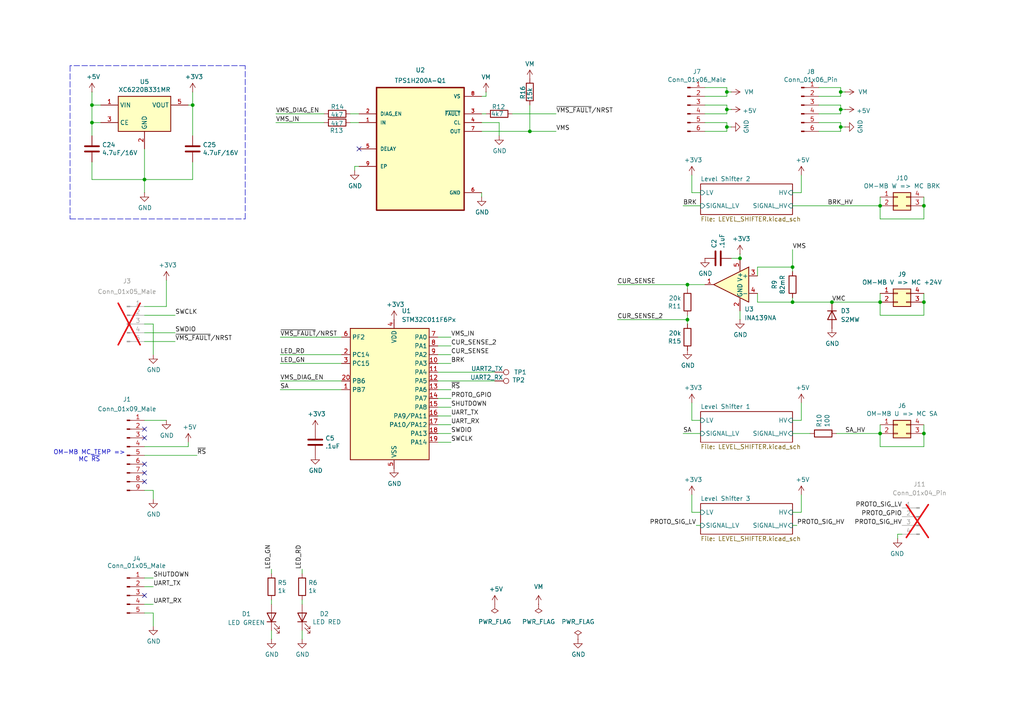
<source format=kicad_sch>
(kicad_sch (version 20231120) (generator "eeschema") (generator_version "8.0")
  (paper "A4")
  (title_block (title "xESC YardForce Rev.4 Adapter") (date "2024-06-01") (rev "1.0") (company "Clemens Elflein, openmower.de") (comment 1 "Creative Commons Attribution-NonCommercial-ShareAlike 4.0 International License.") (comment 2 "Licensed under "))
  (lib_symbols
    (symbol "Amplifier_Current:INA139" (pin_names (offset 0.127))
      (property "Reference" "U" (at 3.81 5.08 0))
      (property "Value" "INA139" (at 3.81 2.54 0))
      (symbol "INA139_1_1"
        (pin output line (at 7.62 0 180) (length 2.54) (name "~") (number "1"))
        (pin power_in line (at -2.54 -7.62 90) (length 3.81) (name "GND") (number "2"))
        (pin input line (at -7.62 2.54 0) (length 2.54) (name "+") (number "3"))
        (pin input line (at -7.62 -2.54 0) (length 2.54) (name "-") (number "4"))
        (pin power_in line (at -2.54 7.62 270) (length 3.81) (name "V+") (number "5"))
      )
    )
    (symbol "Connector:Conn_01x04_Pin" (pin_names (offset 1.016) hide)
      (property "Reference" "J" (at 0 5.08 0))
      (property "Value" "Conn_01x04_Pin" (at 0 -7.62 0))
      (symbol "Conn_01x04_Pin_1_1"
        (pin passive line (at 5.08 2.54 180) (length 3.81) (name "Pin_1") (number "1"))
        (pin passive line (at 5.08 0 180) (length 3.81) (name "Pin_2") (number "2"))
        (pin passive line (at 5.08 -2.54 180) (length 3.81) (name "Pin_3") (number "3"))
        (pin passive line (at 5.08 -5.08 180) (length 3.81) (name "Pin_4") (number "4"))
      )
    )
    (symbol "Connector:Conn_01x05_Pin" (pin_names (offset 1.016) hide)
      (property "Reference" "J" (at 0 7.62 0))
      (property "Value" "Conn_01x05_Pin" (at 0 -7.62 0))
      (symbol "Conn_01x05_Pin_1_1"
        (pin passive line (at 5.08 5.08 180) (length 3.81) (name "Pin_1") (number "1"))
        (pin passive line (at 5.08 2.54 180) (length 3.81) (name "Pin_2") (number "2"))
        (pin passive line (at 5.08 0 180) (length 3.81) (name "Pin_3") (number "3"))
        (pin passive line (at 5.08 -2.54 180) (length 3.81) (name "Pin_4") (number "4"))
        (pin passive line (at 5.08 -5.08 180) (length 3.81) (name "Pin_5") (number "5"))
      )
    )
    (symbol "Connector:Conn_01x06_Pin" (pin_names (offset 1.016) hide)
      (property "Reference" "J" (at 0 7.62 0))
      (property "Value" "Conn_01x06_Pin" (at 0 -10.16 0))
      (symbol "Conn_01x06_Pin_1_1"
        (pin passive line (at 5.08 5.08 180) (length 3.81) (name "Pin_1") (number "1"))
        (pin passive line (at 5.08 2.54 180) (length 3.81) (name "Pin_2") (number "2"))
        (pin passive line (at 5.08 0 180) (length 3.81) (name "Pin_3") (number "3"))
        (pin passive line (at 5.08 -2.54 180) (length 3.81) (name "Pin_4") (number "4"))
        (pin passive line (at 5.08 -5.08 180) (length 3.81) (name "Pin_5") (number "5"))
        (pin passive line (at 5.08 -7.62 180) (length 3.81) (name "Pin_6") (number "6"))
      )
    )
    (symbol "Connector:Conn_01x09_Pin" (pin_names (offset 1.016) hide)
      (property "Reference" "J" (at 0 12.7 0))
      (property "Value" "Conn_01x09_Pin" (at 0 -12.7 0))
      (symbol "Conn_01x09_Pin_1_1"
        (pin passive line (at 5.08 10.16 180) (length 3.81) (name "Pin_1") (number "1"))
        (pin passive line (at 5.08 7.62 180) (length 3.81) (name "Pin_2") (number "2"))
        (pin passive line (at 5.08 5.08 180) (length 3.81) (name "Pin_3") (number "3"))
        (pin passive line (at 5.08 2.54 180) (length 3.81) (name "Pin_4") (number "4"))
        (pin passive line (at 5.08 0 180) (length 3.81) (name "Pin_5") (number "5"))
        (pin passive line (at 5.08 -2.54 180) (length 3.81) (name "Pin_6") (number "6"))
        (pin passive line (at 5.08 -5.08 180) (length 3.81) (name "Pin_7") (number "7"))
        (pin passive line (at 5.08 -7.62 180) (length 3.81) (name "Pin_8") (number "8"))
        (pin passive line (at 5.08 -10.16 180) (length 3.81) (name "Pin_9") (number "9"))
      )
    )
    (symbol "Connector:TestPoint" (pin_numbers hide) (pin_names (offset 0.762) hide)
      (property "Reference" "TP" (at 0 6.858 0))
      (property "Value" "TestPoint" (at 0 5.08 0))
      (symbol "TestPoint_1_1"
        (pin passive line (at 0 0 90) (length 2.54) (name "1") (number "1"))
      )
    )
    (symbol "Connector_Generic:Conn_02x02_Counter_Clockwise" (pin_names (offset 1.016) hide)
      (property "Reference" "J" (at 1.27 2.54 0))
      (property "Value" "Conn_02x02_Counter_Clockwise" (at 1.27 -5.08 0))
      (symbol "Conn_02x02_Counter_Clockwise_1_1"
        (pin passive line (at -5.08 0 0) (length 3.81) (name "Pin_1") (number "1"))
        (pin passive line (at -5.08 -2.54 0) (length 3.81) (name "Pin_2") (number "2"))
        (pin passive line (at 7.62 -2.54 180) (length 3.81) (name "Pin_3") (number "3"))
        (pin passive line (at 7.62 0 180) (length 3.81) (name "Pin_4") (number "4"))
      )
    )
    (symbol "Device:C" (pin_numbers hide) (pin_names (offset 0.254))
      (property "Reference" "C" (at 0.635 2.54 0))
      (property "Value" "C" (at 0.635 -2.54 0))
      (symbol "C_1_1"
        (pin passive line (at 0 3.81 270) (length 2.794) (name "~") (number "1"))
        (pin passive line (at 0 -3.81 90) (length 2.794) (name "~") (number "2"))
      )
    )
    (symbol "Device:D" (pin_numbers hide) (pin_names (offset 1.016) hide)
      (property "Reference" "D" (at 0 2.54 0))
      (property "Value" "D" (at 0 -2.54 0))
      (symbol "D_1_1"
        (pin passive line (at -3.81 0 0) (length 2.54) (name "K") (number "1"))
        (pin passive line (at 3.81 0 180) (length 2.54) (name "A") (number "2"))
      )
    )
    (symbol "Device:LED" (pin_numbers hide) (pin_names (offset 1.016) hide)
      (property "Reference" "D" (at 0 2.54 0))
      (property "Value" "LED" (at 0 -2.54 0))
      (symbol "LED_1_1"
        (pin passive line (at -3.81 0 0) (length 2.54) (name "K") (number "1"))
        (pin passive line (at 3.81 0 180) (length 2.54) (name "A") (number "2"))
      )
    )
    (symbol "Device:R" (pin_numbers hide) (pin_names (offset 0))
      (property "Reference" "R" (at 2.032 0 90))
      (property "Value" "R" (at 0 0 90))
      (symbol "R_1_1"
        (pin passive line (at 0 3.81 270) (length 1.27) (name "~") (number "1"))
        (pin passive line (at 0 -3.81 90) (length 1.27) (name "~") (number "2"))
      )
    )
    (symbol "MCU_ST_STM32C0:STM32C011F6Px"
      (property "Reference" "U" (at -10.16 21.59 0))
      (property "Value" "STM32C011F6Px" (at 5.08 21.59 0))
      (symbol "STM32C011F6Px_1_1"
        (pin bidirectional line (at -12.7 2.54 0) (length 2.54) (name "PB7") (number "1"))
        (pin bidirectional line (at 15.24 10.16 180) (length 2.54) (name "PA3") (number "10"))
        (pin bidirectional line (at 15.24 7.62 180) (length 2.54) (name "PA4") (number "11"))
        (pin bidirectional line (at 15.24 5.08 180) (length 2.54) (name "PA5") (number "12"))
        (pin bidirectional line (at 15.24 2.54 180) (length 2.54) (name "PA6") (number "13"))
        (pin bidirectional line (at 15.24 0 180) (length 2.54) (name "PA7") (number "14"))
        (pin bidirectional line (at 15.24 -2.54 180) (length 2.54) (name "PA8") (number "15"))
        (pin bidirectional line (at 15.24 -5.08 180) (length 2.54) (name "PA9/PA11") (number "16"))
        (pin bidirectional line (at 15.24 -7.62 180) (length 2.54) (name "PA10/PA12") (number "17"))
        (pin bidirectional line (at 15.24 -10.16 180) (length 2.54) (name "PA13") (number "18"))
        (pin bidirectional line (at 15.24 -12.7 180) (length 2.54) (name "PA14") (number "19"))
        (pin bidirectional line (at -12.7 12.7 0) (length 2.54) (name "PC14") (number "2"))
        (pin bidirectional line (at -12.7 5.08 0) (length 2.54) (name "PB6") (number "20"))
        (pin bidirectional line (at -12.7 10.16 0) (length 2.54) (name "PC15") (number "3"))
        (pin power_in line (at 2.54 22.86 270) (length 2.54) (name "VDD") (number "4"))
        (pin power_in line (at 2.54 -20.32 90) (length 2.54) (name "VSS") (number "5"))
        (pin bidirectional line (at -12.7 17.78 0) (length 2.54) (name "PF2") (number "6"))
        (pin bidirectional line (at 15.24 17.78 180) (length 2.54) (name "PA0") (number "7"))
        (pin bidirectional line (at 15.24 15.24 180) (length 2.54) (name "PA1") (number "8"))
        (pin bidirectional line (at 15.24 12.7 180) (length 2.54) (name "PA2") (number "9"))
      )
    )
    (symbol "Regulator_Linear:XC6220B331MR"
      (property "Reference" "U" (at 0 8.89 0))
      (property "Value" "XC6220B331MR" (at 0 6.35 0))
      (symbol "XC6220B331MR_1_1"
        (pin power_in line (at -12.7 2.54 0) (length 5.08) (name "VIN") (number "1"))
        (pin power_in line (at 0 -10.16 90) (length 5.08) (name "GND") (number "2"))
        (pin input line (at -12.7 -2.54 0) (length 5.08) (name "CE") (number "3"))
        (pin no_connect line (at 7.62 -2.54 180) (length 5.08) hide (name "NC") (number "4"))
        (pin power_out line (at 12.7 2.54 180) (length 5.08) (name "VOUT") (number "5"))
      )
    )
    (symbol "TPS1H200AQDGNRQ1:TPS1H200AQDGNRQ1" (pin_names (offset 1.016))
      (property "Reference" "U2" (at 0 22.86 0))
      (property "Value" "TPS1H200A-Q1" (at 0 19.812 0))
      (symbol "TPS1H200AQDGNRQ1_0_0"
        (pin input line (at -17.78 7.62 0) (length 5.08) (name "IN") (number "1"))
        (pin input line (at -17.78 10.16 0) (length 5.08) (name "DIAG_EN") (number "2"))
        (pin output line (at 17.78 10.16 180) (length 5.08) (name "~{FAULT}") (number "3"))
        (pin bidirectional line (at -17.78 0 0) (length 5.08) (name "DELAY") (number "5"))
        (pin power_in line (at 17.78 -12.7 180) (length 5.08) (name "GND") (number "6"))
        (pin output line (at 17.78 5.08 180) (length 5.08) (name "OUT") (number "7"))
        (pin power_in line (at 17.78 15.24 180) (length 5.08) (name "VS") (number "8"))
      )
      (symbol "TPS1H200AQDGNRQ1_1_0"
        (pin power_in line (at 17.78 7.62 180) (length 5.08) (name "CL") (number "4"))
        (pin power_in line (at -17.78 -5.08 0) (length 5.08) (name "EP") (number "9"))
      )
    )
    (symbol "power:+3.3V" (power) (pin_numbers hide) (pin_names (offset 0) hide)
      (property "Value" "+3.3V" (at 0 3.556 0))
      (symbol "+3.3V_1_1"
        (pin power_in line (at 0 0 90) (length 0) (name "~") (number "1"))
      )
    )
    (symbol "power:+5V" (power) (pin_numbers hide) (pin_names (offset 0) hide)
      (property "Value" "+5V" (at 0 3.556 0))
      (symbol "+5V_1_1"
        (pin power_in line (at 0 0 90) (length 0) (name "~") (number "1"))
      )
    )
    (symbol "power:+BATT" (power) (pin_numbers hide) (pin_names (offset 0) hide)
      (property "Value" "+BATT" (at 0 3.556 0))
      (symbol "+BATT_1_1"
        (pin power_in line (at 0 0 90) (length 0) (name "~") (number "1"))
      )
    )
    (symbol "power:GND" (power) (pin_numbers hide) (pin_names (offset 0) hide)
      (property "Value" "GND" (at 0 -3.81 0))
      (symbol "GND_1_1"
        (pin power_in line (at 0 0 270) (length 0) (name "~") (number "1"))
      )
    )
    (symbol "power:PWR_FLAG" (power) (pin_numbers hide) (pin_names (offset 0) hide)
      (property "Value" "PWR_FLAG" (at 0 3.81 0))
      (symbol "PWR_FLAG_0_0"
        (pin power_out line (at 0 0 90) (length 0) (name "~") (number "1"))
      )
    )
  )
  (junction (at 210.82 36.83))
  (junction (at 243.84 31.75))
  (junction (at 229.87 77.47))
  (junction (at 243.84 26.67))
  (junction (at 255.27 87.63))
  (junction (at 229.87 87.63))
  (junction (at 267.97 87.63))
  (junction (at 267.97 59.69))
  (junction (at 210.82 31.75))
  (junction (at 153.67 38.1))
  (junction (at 199.39 82.55))
  (junction (at 210.82 26.67))
  (junction (at 26.67 35.56))
  (junction (at 199.39 92.71))
  (junction (at 255.27 59.69))
  (junction (at 243.84 36.83))
  (junction (at 55.88 30.48))
  (junction (at 241.3 87.63))
  (junction (at 255.27 125.73))
  (junction (at 41.91 52.07))
  (junction (at 267.97 125.73))
  (junction (at 26.67 30.48))
  (junction (at 214.63 74.93))
  (no_connect (at 104.14 43.18))
  (no_connect (at 41.91 134.62))
  (no_connect (at 41.91 137.16))
  (no_connect (at 41.91 127))
  (no_connect (at 41.91 124.46))
  (no_connect (at 41.91 172.72))
  (no_connect (at 41.91 139.7))
  (wire (pts (xy 48.26 121.92) (xy 41.91 121.92)))
  (wire (pts (xy 232.41 121.92) (xy 229.87 121.92)))
  (wire (pts (xy 48.26 88.9) (xy 48.26 81.28)))
  (wire (pts (xy 237.49 38.1) (xy 243.84 38.1)))
  (wire (pts (xy 232.41 116.84) (xy 232.41 121.92)))
  (wire (pts (xy 243.84 33.02) (xy 237.49 33.02)))
  (wire (pts (xy 198.12 59.69) (xy 203.2 59.69)))
  (wire (pts (xy 140.97 33.02) (xy 139.7 33.02)))
  (wire (pts (xy 179.07 82.55) (xy 199.39 82.55)))
  (wire (pts (xy 161.29 38.1) (xy 153.67 38.1)))
  (wire (pts (xy 41.91 52.07) (xy 26.67 52.07)))
  (wire (pts (xy 41.91 91.44) (xy 50.8 91.44)))
  (wire (pts (xy 200.66 121.92) (xy 203.2 121.92)))
  (wire (pts (xy 243.84 30.48) (xy 243.84 31.75)))
  (wire (pts (xy 54.61 30.48) (xy 55.88 30.48)))
  (wire (pts (xy 237.49 30.48) (xy 243.84 30.48)))
  (wire (pts (xy 243.84 26.67) (xy 243.84 25.4)))
  (wire (pts (xy 255.27 125.73) (xy 255.27 129.54)))
  (wire (pts (xy 267.97 87.63) (xy 267.97 91.44)))
  (wire (pts (xy 210.82 31.75) (xy 212.09 31.75)))
  (wire (pts (xy 237.49 27.94) (xy 243.84 27.94)))
  (wire (pts (xy 81.28 105.41) (xy 99.06 105.41)))
  (wire (pts (xy 153.67 30.48) (xy 153.67 38.1)))
  (wire (pts (xy 199.39 91.44) (xy 199.39 92.71)))
  (wire (pts (xy 219.71 77.47) (xy 229.87 77.47)))
  (wire (pts (xy 229.87 86.36) (xy 229.87 87.63)))
  (wire (pts (xy 243.84 38.1) (xy 243.84 36.83)))
  (wire (pts (xy 81.28 97.79) (xy 99.06 97.79)))
  (wire (pts (xy 130.81 123.19) (xy 127 123.19)))
  (wire (pts (xy 210.82 30.48) (xy 210.82 31.75)))
  (wire (pts (xy 243.84 31.75) (xy 245.11 31.75)))
  (wire (pts (xy 204.47 27.94) (xy 210.82 27.94)))
  (wire (pts (xy 26.67 30.48) (xy 29.21 30.48)))
  (wire (pts (xy 78.74 175.26) (xy 78.74 173.99)))
  (wire (pts (xy 199.39 92.71) (xy 199.39 93.98)))
  (wire (pts (xy 26.67 39.37) (xy 26.67 35.56)))
  (wire (pts (xy 44.45 142.24) (xy 44.45 144.78)))
  (wire (pts (xy 267.97 57.15) (xy 267.97 59.69)))
  (wire (pts (xy 229.87 87.63) (xy 241.3 87.63)))
  (wire (pts (xy 243.84 36.83) (xy 243.84 35.56)))
  (wire (pts (xy 78.74 166.37) (xy 78.74 165.1)))
  (wire (pts (xy 204.47 38.1) (xy 210.82 38.1)))
  (wire (pts (xy 210.82 25.4) (xy 204.47 25.4)))
  (wire (pts (xy 130.81 102.87) (xy 127 102.87)))
  (wire (pts (xy 210.82 26.67) (xy 212.09 26.67)))
  (wire (pts (xy 210.82 36.83) (xy 210.82 35.56)))
  (wire (pts (xy 41.91 55.88) (xy 41.91 52.07)))
  (wire (pts (xy 81.28 110.49) (xy 99.06 110.49)))
  (wire (pts (xy 139.7 27.94) (xy 140.97 27.94)))
  (wire (pts (xy 260.35 154.94) (xy 261.62 154.94)))
  (wire (pts (xy 41.91 96.52) (xy 50.8 96.52)))
  (wire (pts (xy 200.66 55.88) (xy 203.2 55.88)))
  (wire (pts (xy 153.67 38.1) (xy 139.7 38.1)))
  (polyline (pts (xy 71.12 19.05) (xy 20.32 19.05)) (stroke (width 0) (type dash)))
  (wire (pts (xy 267.97 85.09) (xy 267.97 87.63)))
  (wire (pts (xy 161.29 33.02) (xy 148.59 33.02)))
  (wire (pts (xy 140.97 27.94) (xy 140.97 26.67)))
  (wire (pts (xy 41.91 142.24) (xy 44.45 142.24)))
  (wire (pts (xy 41.91 52.07) (xy 55.88 52.07)))
  (wire (pts (xy 255.27 91.44) (xy 267.97 91.44)))
  (wire (pts (xy 243.84 36.83) (xy 245.11 36.83)))
  (wire (pts (xy 267.97 123.19) (xy 267.97 125.73)))
  (wire (pts (xy 229.87 59.69) (xy 255.27 59.69)))
  (wire (pts (xy 255.27 129.54) (xy 267.97 129.54)))
  (wire (pts (xy 255.27 85.09) (xy 255.27 87.63)))
  (wire (pts (xy 130.81 115.57) (xy 127 115.57)))
  (wire (pts (xy 87.63 166.37) (xy 87.63 165.1)))
  (wire (pts (xy 243.84 25.4) (xy 237.49 25.4)))
  (wire (pts (xy 200.66 50.8) (xy 200.66 55.88)))
  (wire (pts (xy 232.41 143.51) (xy 232.41 148.59)))
  (wire (pts (xy 44.45 93.98) (xy 44.45 102.87)))
  (wire (pts (xy 104.14 48.26) (xy 102.87 48.26)))
  (wire (pts (xy 243.84 31.75) (xy 243.84 33.02)))
  (wire (pts (xy 101.6 33.02) (xy 104.14 33.02)))
  (wire (pts (xy 102.87 48.26) (xy 102.87 49.53)))
  (wire (pts (xy 81.28 102.87) (xy 99.06 102.87)))
  (wire (pts (xy 201.93 152.4) (xy 203.2 152.4)))
  (wire (pts (xy 26.67 52.07) (xy 26.67 46.99)))
  (wire (pts (xy 210.82 36.83) (xy 212.09 36.83)))
  (wire (pts (xy 179.07 92.71) (xy 199.39 92.71)))
  (wire (pts (xy 214.63 92.71) (xy 214.63 90.17)))
  (wire (pts (xy 267.97 59.69) (xy 267.97 63.5)))
  (wire (pts (xy 255.27 91.44) (xy 255.27 87.63)))
  (wire (pts (xy 78.74 182.88) (xy 78.74 185.42)))
  (wire (pts (xy 143.51 107.95) (xy 127 107.95)))
  (wire (pts (xy 212.09 74.93) (xy 214.63 74.93)))
  (wire (pts (xy 200.66 116.84) (xy 200.66 121.92)))
  (wire (pts (xy 41.91 129.54) (xy 54.61 129.54)))
  (wire (pts (xy 130.81 120.65) (xy 127 120.65)))
  (wire (pts (xy 26.67 35.56) (xy 29.21 35.56)))
  (wire (pts (xy 143.51 110.49) (xy 127 110.49)))
  (wire (pts (xy 229.87 125.73) (xy 234.95 125.73)))
  (wire (pts (xy 210.82 27.94) (xy 210.82 26.67)))
  (wire (pts (xy 139.7 35.56) (xy 144.78 35.56)))
  (polyline (pts (xy 71.12 63.5) (xy 71.12 19.05)) (stroke (width 0) (type dash)))
  (wire (pts (xy 130.81 125.73) (xy 127 125.73)))
  (wire (pts (xy 255.27 57.15) (xy 255.27 59.69)))
  (wire (pts (xy 229.87 152.4) (xy 231.14 152.4)))
  (wire (pts (xy 127 100.33) (xy 130.81 100.33)))
  (polyline (pts (xy 20.32 63.5) (xy 71.12 63.5)) (stroke (width 0) (type dash)))
  (wire (pts (xy 44.45 175.26) (xy 41.91 175.26)))
  (wire (pts (xy 26.67 26.67) (xy 26.67 30.48)))
  (wire (pts (xy 243.84 26.67) (xy 245.11 26.67)))
  (wire (pts (xy 204.47 30.48) (xy 210.82 30.48)))
  (wire (pts (xy 55.88 39.37) (xy 55.88 30.48)))
  (wire (pts (xy 199.39 83.82) (xy 199.39 82.55)))
  (wire (pts (xy 200.66 148.59) (xy 203.2 148.59)))
  (wire (pts (xy 101.6 35.56) (xy 104.14 35.56)))
  (wire (pts (xy 255.27 63.5) (xy 255.27 59.69)))
  (wire (pts (xy 232.41 55.88) (xy 229.87 55.88)))
  (wire (pts (xy 200.66 143.51) (xy 200.66 148.59)))
  (wire (pts (xy 41.91 43.18) (xy 41.91 52.07)))
  (wire (pts (xy 198.12 125.73) (xy 203.2 125.73)))
  (wire (pts (xy 260.35 156.21) (xy 260.35 154.94)))
  (wire (pts (xy 232.41 50.8) (xy 232.41 55.88)))
  (wire (pts (xy 219.71 80.01) (xy 219.71 77.47)))
  (wire (pts (xy 41.91 132.08) (xy 57.15 132.08)))
  (wire (pts (xy 44.45 177.8) (xy 44.45 181.61)))
  (wire (pts (xy 41.91 99.06) (xy 50.8 99.06)))
  (wire (pts (xy 44.45 167.64) (xy 41.91 167.64)))
  (wire (pts (xy 87.63 182.88) (xy 87.63 185.42)))
  (wire (pts (xy 130.81 128.27) (xy 127 128.27)))
  (wire (pts (xy 243.84 35.56) (xy 237.49 35.56)))
  (wire (pts (xy 44.45 170.18) (xy 41.91 170.18)))
  (wire (pts (xy 199.39 82.55) (xy 204.47 82.55)))
  (wire (pts (xy 229.87 72.39) (xy 229.87 77.47)))
  (wire (pts (xy 41.91 93.98) (xy 44.45 93.98)))
  (wire (pts (xy 210.82 31.75) (xy 210.82 33.02)))
  (wire (pts (xy 130.81 97.79) (xy 127 97.79)))
  (wire (pts (xy 241.3 87.63) (xy 255.27 87.63)))
  (wire (pts (xy 232.41 148.59) (xy 229.87 148.59)))
  (wire (pts (xy 210.82 38.1) (xy 210.82 36.83)))
  (wire (pts (xy 219.71 87.63) (xy 229.87 87.63)))
  (wire (pts (xy 130.81 105.41) (xy 127 105.41)))
  (wire (pts (xy 267.97 125.73) (xy 267.97 129.54)))
  (wire (pts (xy 26.67 35.56) (xy 26.67 30.48)))
  (wire (pts (xy 80.01 35.56) (xy 93.98 35.56)))
  (wire (pts (xy 242.57 125.73) (xy 255.27 125.73)))
  (wire (pts (xy 255.27 123.19) (xy 255.27 125.73)))
  (wire (pts (xy 87.63 175.26) (xy 87.63 173.99)))
  (wire (pts (xy 41.91 88.9) (xy 48.26 88.9)))
  (wire (pts (xy 144.78 35.56) (xy 144.78 39.37)))
  (wire (pts (xy 210.82 26.67) (xy 210.82 25.4)))
  (wire (pts (xy 80.01 33.02) (xy 93.98 33.02)))
  (wire (pts (xy 210.82 33.02) (xy 204.47 33.02)))
  (wire (pts (xy 139.7 57.15) (xy 139.7 55.88)))
  (wire (pts (xy 267.97 63.5) (xy 255.27 63.5)))
  (wire (pts (xy 210.82 35.56) (xy 204.47 35.56)))
  (wire (pts (xy 219.71 85.09) (xy 219.71 87.63)))
  (wire (pts (xy 214.63 73.66) (xy 214.63 74.93)))
  (wire (pts (xy 130.81 118.11) (xy 127 118.11)))
  (wire (pts (xy 41.91 177.8) (xy 44.45 177.8)))
  (wire (pts (xy 55.88 30.48) (xy 55.88 26.67)))
  (wire (pts (xy 54.61 128.27) (xy 54.61 129.54)))
  (polyline (pts (xy 20.32 19.05) (xy 20.32 63.5)) (stroke (width 0) (type dash)))
  (wire (pts (xy 130.81 113.03) (xy 127 113.03)))
  (wire (pts (xy 81.28 113.03) (xy 99.06 113.03)))
  (wire (pts (xy 55.88 52.07) (xy 55.88 46.99)))
  (wire (pts (xy 243.84 27.94) (xy 243.84 26.67)))
  (wire (pts (xy 229.87 77.47) (xy 229.87 78.74)))
  (text "OM-MB MC_TEMP =>\nMC ~{RS}" (at 25.908 132.334 0) (effects (font (size 1.27 1.27))))
  (text "Blade-Motor\nSUMEC Type ??2727, 24VDC, 30W, 3500r/min\n-----------------------------\nRD = +24V\nBK = GND\nGN = SA (SA Hall Output) [TTL] ^{*1}\nYW = ~{RS} (Rotor?-/Rapid?-Start) ^{*2}\nBE = BRK (Break) [Analog] ^{*3}\n\n^{*1}: 1 Cycle = 90°, 4.3ms/Cycle @ 24V = 3488 rpm\n^{*2}: Need a new ~{RS} signal after BRK\n^{*3}: As higher the voltage as harder the break\n   (Tested up to 5V)" (at 297.434 54.61 0) (effects (font (size 1.27 1.27)) (justify left)))
  (text "!!! GN/BK need to be exchanged \non Mow-Motor-Plug or Cable !!!\n\nDetectable via current correlation:\nWith a wrong plug (GN/BK not exchanged),\npulling SA output to 0 decrease current\nfrom 19mA to 12mA, which might be detectable.\nWhereas a correct plug (GN/BK got exchanged),\npulling SA output to 0 increase current\nonly from 11.3mA to 11.6mA.\n\n" (at 297.688 91.44 0) (effects (font (size 1.905 1.905) (thickness 0.254) (bold yes)) (justify left)))
  (text "Current Sense Calculations\n----------------------\nI_{nom} = 30W/24V = 1.25A\nV_{shunt} full-scale target = 100mV (max. 500mV)\nR_{shunt} = 0.1V/1.25A = 80mΩ\nP_{shunt} = 0.1V*1.25A = 0.125W = 1/8W\n\nMore common shunt value = 82mΩ\nV_{shunt} = 82mΩ * 1.25A = 0.1025V\n\nV_{OUTMAX} = 3.3V - 0.7V - 0.1025V = 2.4975V\nV_{OUT} target = 2V\n\nGain = 19.51 => 20G\nR_{L} = 20kΩ\n\nV_{OUT} nom = 1.25A * 0.082Ω * 0.001 * 20000 = 2.05V\n" (at 297.688 131.064 0) (effects (font (size 1.27 1.27)) (justify left)))
  (label "CUR_SENSE" (at 179.07 82.55 0))
  (label "CUR_SENSE_2" (at 179.07 92.71 0))
  (label "PROTO_SIG_LV" (at 201.93 152.4 180))
  (label "LED_GN" (at 81.28 105.41 0))
  (label "LED_RD" (at 87.63 165.1 90))
  (label "SA_HV" (at 245.11 125.73 0))
  (label "BRK" (at 198.12 59.69 0))
  (label "LED_GN" (at 78.74 165.1 90))
  (label "SWDIO" (at 130.81 125.73 0))
  (label "VMS" (at 229.87 72.39 0))
  (label "SWCLK" (at 130.81 128.27 0))
  (label "VMS_DIAG_EN" (at 80.01 33.02 0))
  (label "LED_RD" (at 81.28 102.87 0))
  (label "UART_TX" (at 130.81 120.65 0))
  (label "SWDIO" (at 50.8 96.52 0))
  (label "UART_RX" (at 44.45 175.26 0))
  (label "VMC" (at 241.3 87.63 0))
  (label "BRK_HV" (at 240.03 59.69 0))
  (label "~{VMS_FAULT}{slash}NRST" (at 81.28 97.79 0))
  (label "SA" (at 198.12 125.73 0))
  (label "SA" (at 81.28 113.03 0))
  (label "UART_RX" (at 130.81 123.19 0))
  (label "VMS_IN" (at 130.81 97.79 0))
  (label "SHUTDOWN" (at 130.81 118.11 0))
  (label "UART_TX" (at 44.45 170.18 0))
  (label "PROTO_SIG_HV" (at 231.14 152.4 0))
  (label "~{RS}" (at 57.15 132.08 0))
  (label "VMS_IN" (at 80.01 35.56 0))
  (label "PROTO_SIG_LV" (at 261.62 147.32 180))
  (label "SWCLK" (at 50.8 91.44 0))
  (label "~{VMS_FAULT}{slash}NRST" (at 161.29 33.02 0))
  (label "~{RS}" (at 130.81 113.03 0))
  (label "BRK" (at 130.81 105.41 0))
  (label "PROTO_SIG_HV" (at 261.62 152.4 180))
  (label "PROTO_GPIO" (at 130.81 115.57 0))
  (label "VMS" (at 161.29 38.1 0))
  (label "CUR_SENSE_2" (at 130.81 100.33 0))
  (label "VMS_DIAG_EN" (at 81.28 110.49 0))
  (label "CUR_SENSE" (at 130.81 102.87 0))
  (label "SHUTDOWN" (at 44.45 167.64 0))
  (label "PROTO_GPIO" (at 261.62 149.86 180))
  (label "~{VMS_FAULT}{slash}NRST" (at 50.8 99.06 0))
  (symbol (lib_id "power:+5V") (at 54.61 128.27 0) (unit 1)
    (property "Reference" "#PWR02" (effects (hide yes)))
    (property "Value" "+5V" (at 54.991 123.8758 0))
    (property "Description" "Power symbol creates a global label with name \"+5V\"" (effects (hide yes)))
  )
  (symbol (lib_id "power:GND") (at 44.45 144.78 0) (unit 1)
    (property "Reference" "#PWR03" (effects (hide yes)))
    (property "Value" "GND" (at 44.577 149.1742 0))
    (property "Description" "Power symbol creates a global label with name \"GND\" , ground" (effects (hide yes)))
  )
  (symbol (lib_id "Connector:Conn_01x05_Pin") (at 36.83 93.98 0) (unit 1) (in_bom no) (dnp yes)
    (property "Reference" "J3" (at 36.83 81.534 0))
    (property "Value" "Conn_01x05_Male" (at 36.83 84.582 0))
    (property "Footprint" "Connector_PinHeader_2.54mm:PinHeader_1x05_P2.54mm_Vertical" (effects (hide yes)))
    (property "Description" "Generic connector, single row, 01x05, script generated" (effects (hide yes)))
    (property "LCSC" "C2935911" (effects (hide yes)))
    (property "Part Number" "DZ254R-11-05-63" (effects (hide yes)))
    (property "Stock_PN" "J-TH-1x5-.1" (effects (hide yes)))
  )
  (symbol (lib_id "power:+3.3V") (at 48.26 81.28 0) (unit 1)
    (property "Reference" "#PWR07" (effects (hide yes)))
    (property "Value" "+3V3" (at 48.641 76.8858 0))
    (property "Description" "Power symbol creates a global label with name \"+3.3V\"" (effects (hide yes)))
  )
  (symbol (lib_id "power:GND") (at 44.45 102.87 0) (unit 1)
    (property "Reference" "#PWR08" (effects (hide yes)))
    (property "Value" "GND" (at 44.577 107.2642 0))
    (property "Description" "Power symbol creates a global label with name \"GND\" , ground" (effects (hide yes)))
  )
  (symbol (lib_id "Connector:Conn_01x05_Pin") (at 36.83 172.72 0) (unit 1)
    (property "Reference" "J4" (at 39.624 162.052 0))
    (property "Value" "Conn_01x05_Male" (at 39.624 164.084 0))
    (property "Footprint" "Connector_PinHeader_2.54mm:PinHeader_1x05_P2.54mm_Vertical" (effects (hide yes)))
    (property "Description" "Generic connector, single row, 01x05, script generated" (effects (hide yes)))
    (property "LCSC" "C2935911" (effects (hide yes)))
    (property "Part Number" "DZ254R-11-05-63" (effects (hide yes)))
    (property "Stock_PN" "J-TH-1x5-.1" (effects (hide yes)))
  )
  (symbol (lib_id "power:GND") (at 44.45 181.61 0) (unit 1)
    (property "Reference" "#PWR09" (effects (hide yes)))
    (property "Value" "GND" (at 44.577 186.0042 0))
    (property "Description" "Power symbol creates a global label with name \"GND\" , ground" (effects (hide yes)))
  )
  (symbol (lib_id "Device:R") (at 78.74 170.18 0) (unit 1)
    (property "Reference" "R5" (at 80.518 169.0116 0) (effects (justify left)))
    (property "Value" "1k" (at 80.518 171.323 0) (effects (justify left)))
    (property "Footprint" "Resistor_SMD:R_0603_1608Metric" (effects (hide yes)))
    (property "Description" "Resistor" (effects (hide yes)))
    (property "Digikey" "311-150HRCT-ND" (effects (hide yes)))
    (property "Part Number" "RC0603FR-07150RL" (effects (hide yes)))
    (property "Stock_PN" "R-603-150-.1W-1%" (effects (hide yes)))
  )
  (symbol (lib_id "Device:LED") (at 78.74 179.07 90) (unit 1)
    (property "Reference" "D1" (at 70.104 178.054 90) (effects (justify right)))
    (property "Value" "LED GREEN" (at 66.04 180.594 90) (effects (justify right)))
    (property "Footprint" "LED_SMD:LED_0603_1608Metric" (effects (hide yes)))
    (property "Description" "Light emitting diode" (effects (hide yes)))
    (property "Stock_PN" "LED-603-GREEN" (effects (hide yes)))
    (property "Digikey" "160-1446-1-ND" (effects (hide yes)))
    (property "Part Number" "LTST-C191KGKT" (effects (hide yes)))
  )
  (symbol (lib_id "Device:R") (at 87.63 170.18 0) (unit 1)
    (property "Reference" "R6" (at 89.408 169.0116 0) (effects (justify left)))
    (property "Value" "1k" (at 89.408 171.323 0) (effects (justify left)))
    (property "Footprint" "Resistor_SMD:R_0603_1608Metric" (effects (hide yes)))
    (property "Description" "Resistor" (effects (hide yes)))
    (property "Digikey" "311-150HRCT-ND" (effects (hide yes)))
    (property "Part Number" "RC0603FR-07150RL" (effects (hide yes)))
    (property "Stock_PN" "R-603-150-.1W-1%" (effects (hide yes)))
  )
  (symbol (lib_id "Device:LED") (at 87.63 179.07 90) (unit 1)
    (property "Reference" "D2" (at 92.71 178.054 90) (effects (justify right)))
    (property "Value" "LED RED" (at 90.6272 180.3908 90) (effects (justify right)))
    (property "Footprint" "LED_SMD:LED_0603_1608Metric" (effects (hide yes)))
    (property "Description" "Light emitting diode" (effects (hide yes)))
    (property "Stock_PN" "LED-603-RED" (effects (hide yes)))
    (property "Digikey" "160-1447-1-ND" (effects (hide yes)))
    (property "Part Number" "LTST-C191KRKT" (effects (hide yes)))
  )
  (symbol (lib_id "power:GND") (at 78.74 185.42 0) (unit 1)
    (property "Reference" "#PWR013" (effects (hide yes)))
    (property "Value" "GND" (at 78.867 189.8142 0))
    (property "Description" "Power symbol creates a global label with name \"GND\" , ground" (effects (hide yes)))
  )
  (symbol (lib_id "power:+BATT") (at 140.97 26.67 0) (unit 1)
    (property "Reference" "#PWR037" (effects (hide yes)))
    (property "Value" "VM" (at 140.97 22.352 0))
    (property "Description" "Power symbol creates a global label with name \"+BATT\"" (effects (hide yes)))
  )
  (symbol (lib_id "power:GND") (at 41.91 55.88 0) (unit 1)
    (property "Reference" "#PWR015" (effects (hide yes)))
    (property "Value" "GND" (at 42.037 60.2742 0))
    (property "Description" "Power symbol creates a global label with name \"GND\" , ground" (effects (hide yes)))
  )
  (symbol (lib_id "power:GND") (at 167.64 185.42 0) (unit 1)
    (property "Reference" "#PWR031" (effects (hide yes)))
    (property "Value" "GND" (at 167.767 189.8142 0))
    (property "Description" "Power symbol creates a global label with name \"GND\" , ground" (effects (hide yes)))
  )
  (symbol (lib_id "power:GND") (at 214.63 92.71 0) (unit 1)
    (property "Reference" "#PWR028" (effects (hide yes)))
    (property "Value" "GND" (at 214.757 97.1042 0))
    (property "Description" "Power symbol creates a global label with name \"GND\" , ground" (effects (hide yes)))
  )
  (symbol (lib_id "Connector:Conn_01x06_Pin") (at 232.41 30.48 0) (unit 1)
    (property "Reference" "J8" (at 235.1532 20.8026 0))
    (property "Value" "Conn_01x06_Pin" (at 235.1532 23.114 0))
    (property "Footprint" "Connector_PinHeader_2.54mm:PinHeader_1x06_P2.54mm_Vertical" (effects (hide yes)))
    (property "Description" "Generic connector, single row, 01x06, script generated" (effects (hide yes)))
    (property "LCSC" "C2935912" (effects (hide yes)))
    (property "Part Number" "DZ254R-11-06-63" (effects (hide yes)))
    (property "Stock_PN" "J-TH-1x6-.1" (effects (hide yes)))
  )
  (symbol (lib_id "power:+3.3V") (at 200.66 143.51 0) (unit 1)
    (property "Reference" "#PWR025" (effects (hide yes)))
    (property "Value" "+3V3" (at 201.041 139.1158 0))
    (property "Description" "Power symbol creates a global label with name \"+3.3V\"" (effects (hide yes)))
  )
  (symbol (lib_id "power:+3.3V") (at 91.44 124.46 0) (unit 1)
    (property "Reference" "#PWR05" (effects (hide yes)))
    (property "Value" "+3V3" (at 91.821 120.0658 0))
    (property "Description" "Power symbol creates a global label with name \"+3.3V\"" (effects (hide yes)))
  )
  (symbol (lib_id "Connector:Conn_01x09_Pin") (at 36.83 132.08 0) (unit 1)
    (property "Reference" "J1" (at 36.83 115.824 0))
    (property "Value" "Conn_01x09_Male" (at 36.83 118.618 0))
    (property "Footprint" "Connector_PinHeader_2.54mm:PinHeader_1x09_P2.54mm_Vertical" (effects (hide yes)))
    (property "Description" "Generic connector, single row, 01x09, script generated" (effects (hide yes)))
    (property "LCSC" "C2935915" (effects (hide yes)))
    (property "Part Number" "DZ254R-11-09-63" (effects (hide yes)))
    (property "Stock_PN" "J-TH-1x9-.1" (effects (hide yes)))
  )
  (symbol (lib_id "Device:R") (at 238.76 125.73 90) (unit 1)
    (property "Reference" "R10" (at 237.5916 123.952 0) (effects (justify left)))
    (property "Value" "100" (at 239.903 123.952 0) (effects (justify left)))
    (property "Footprint" "Resistor_SMD:R_0603_1608Metric" (effects (hide yes)))
    (property "Description" "Resistor" (effects (hide yes)))
  )
  (symbol (lib_id "Device:D") (at 241.3 91.44 270) (unit 1)
    (property "Reference" "D3" (at 243.84 90.1699 90) (effects (justify left)))
    (property "Value" "S2MW	" (at 243.84 92.7099 90) (effects (justify left)))
    (property "Footprint" "Diode_SMD:D_SOD-123F" (effects (hide yes)))
    (property "Description" "Free-Wheeling Diode, 2A" (effects (hide yes)))
    (property "Sim.Device" "D" (effects (hide yes)))
    (property "Sim.Pins" "1=K 2=A" (effects (hide yes)))
    (property "Part Number" "S2MW" (effects (hide yes)))
    (property "JLCPCB" "C2900725" (effects (hide yes)))
  )
  (symbol (lib_id "Connector_Generic:Conn_02x02_Counter_Clockwise") (at 260.35 57.15 0) (unit 1)
    (property "Reference" "J10" (at 261.62 51.6382 0))
    (property "Value" "OM-MB W => MC BRK" (at 261.62 53.9496 0))
    (property "Footprint" "Connector_PinHeader_2.54mm:PinHeader_2x02_P2.54mm_Vertical" (effects (hide yes)))
    (property "Description" "Generic connector, double row, 02x02, counter clockwise pin numbering scheme (similar to DIP package numbering), script generated (kicad-library-utils/schlib/autogen/connector/)" (effects (hide yes)))
    (property "LCSC" "C124362" (effects (hide yes)))
    (property "Part Number" "B-2100S04P-B110" (effects (hide yes)))
    (property "Stock_PN" "J-TH-2x2-.1" (effects (hide yes)))
  )
  (symbol (lib_id "Device:R") (at 144.78 33.02 90) (unit 1)
    (property "Reference" "R12" (at 146.558 30.988 90) (effects (justify left)))
    (property "Value" "4k7" (at 146.05 33.02 90) (effects (justify left)))
    (property "Footprint" "Resistor_SMD:R_0603_1608Metric" (effects (hide yes)))
    (property "Description" "Resistor" (effects (hide yes)))
    (property "Digikey" "311-150HRCT-ND" (effects (hide yes)))
    (property "Part Number" "RC0603FR-07150RL" (effects (hide yes)))
    (property "Stock_PN" "R-603-150-.1W-1%" (effects (hide yes)))
  )
  (symbol (lib_id "power:+BATT") (at 245.11 26.67 270) (unit 1)
    (property "Reference" "#PWR023" (effects (hide yes)))
    (property "Value" "VM" (at 248.92 26.6699 90) (effects (justify left)))
    (property "Description" "Power symbol creates a global label with name \"+BATT\"" (effects (hide yes)))
  )
  (symbol (lib_id "Device:R") (at 199.39 97.79 180) (unit 1)
    (property "Reference" "R15" (at 197.612 98.9584 0) (effects (justify left)))
    (property "Value" "20k" (at 197.612 96.647 0) (effects (justify left)))
    (property "Footprint" "Resistor_SMD:R_0402_1005Metric" (effects (hide yes)))
    (property "Description" "Resistor" (effects (hide yes)))
    (property "Part Number" "RK73G1ETTP2002D" (effects (hide yes)))
    (property "Stock_PN" "R-0402-20000-0.1W-0.5%" (effects (hide yes)))
    (property "JLCPCB" "C2579762" (effects (hide yes)))
  )
  (symbol (lib_id "Connector:TestPoint") (at 143.51 110.49 270) (unit 1)
    (property "Reference" "TP2" (at 148.59 110.236 90) (effects (justify left)))
    (property "Value" "UART2_RX" (at 136.398 109.474 90) (effects (justify left)))
    (property "Footprint" "TestPoint:TestPoint_Pad_1.5x1.5mm" (effects (hide yes)))
    (property "Description" "test point" (effects (hide yes)))
  )
  (symbol (lib_id "power:+3.3V") (at 114.3 92.71 0) (unit 1)
    (property "Reference" "#PWR021" (effects (hide yes)))
    (property "Value" "+3V3" (at 114.681 88.3158 0))
    (property "Description" "Power symbol creates a global label with name \"+3.3V\"" (effects (hide yes)))
  )
  (symbol (lib_id "TPS1H200AQDGNRQ1:TPS1H200AQDGNRQ1") (at 121.92 43.18 0) (unit 1)
    (property "Reference" "U2" (at 121.92 20.32 0))
    (property "Value" "TPS1H200A-Q1" (at 121.92 23.368 0))
    (property "Footprint" "TPS1H200AQDGNRQ1:SOP65P490X110-9N-AHMOD" (effects (hide yes)))
    (property "SNAPEDA_LINK" "https://www.snapeda.com/parts/TPS1H200AQDGNRQ1/Texas+Instruments/view-part/?ref=snap" (effects (hide yes)))
    (property "CHECK_PRICES" "https://www.snapeda.com/parts/TPS1H200AQDGNRQ1/Texas+Instruments/view-part/?ref=eda" (effects (hide yes)))
    (property "PURCHASE-URL" "https://www.snapeda.com/api/url_track_click_mouser/?unipart_id=3210362&manufacturer=Texas Instruments&part_name=TPS1H200AQDGNRQ1&search_term=tps1h200aqdgnrq1" (effects (hide yes)))
    (property "PACKAGE" "HVSSOP-8 Texas Instruments" (effects (hide yes)))
    (property "PRICE" "None" (effects (hide yes)))
    (property "Package" "HVSSOP-8 Texas Instruments" (effects (hide yes)))
    (property "Check_prices" "https://www.snapeda.com/parts/TPS1H200AQDGNRQ1/Texas+Instruments/view-part/?ref=eda" (effects (hide yes)))
    (property "SnapEDA_Link" "https://www.snapeda.com/parts/TPS1H200AQDGNRQ1/Texas+Instruments/view-part/?ref=snap" (effects (hide yes)))
    (property "Price" "None" (effects (hide yes)))
    (property "MF" "Texas Instruments" (effects (hide yes)))
    (property "MP" "TPS1H200AQDGNRQ1" (effects (hide yes)))
    (property "Purchase-URL" "https://www.snapeda.com/api/url_track_click_mouser/?unipart_id=3210362&manufacturer=Texas Instruments&part_name=TPS1H200AQDGNRQ1&search_term=tps1h200" (effects (hide yes)))
    (property "Description_1" "\n40-V, 200-mΩ, 1-ch automotive smart high-side switch with adjustable current limit\n" (effects (hide yes)))
    (property "Availability" "In Stock" (effects (hide yes)))
    (property "AVAILABILITY" "In Stock" (effects (hide yes)))
    (property "DESCRIPTION" "40-V, 200-mΩ, 1-ch automotive smart high-side switch with adjustable current limit" (effects (hide yes)))
  )
  (symbol (lib_id "power:+3.3V") (at 55.88 26.67 0) (unit 1)
    (property "Reference" "#PWR016" (effects (hide yes)))
    (property "Value" "+3V3" (at 56.261 22.2758 0))
    (property "Description" "Power symbol creates a global label with name \"+3.3V\"" (effects (hide yes)))
  )
  (symbol (lib_id "Device:R") (at 199.39 87.63 180) (unit 1)
    (property "Reference" "R11" (at 197.612 88.7984 0) (effects (justify left)))
    (property "Value" "20k" (at 197.612 86.487 0) (effects (justify left)))
    (property "Footprint" "Resistor_SMD:R_0402_1005Metric" (effects (hide yes)))
    (property "Description" "Resistor" (effects (hide yes)))
    (property "Part Number" "RK73G1ETTP2002D" (effects (hide yes)))
    (property "Stock_PN" "R-0402-20000-0.1W-0.5%" (effects (hide yes)))
    (property "JLCPCB" "C2579762" (effects (hide yes)))
  )
  (symbol (lib_id "power:+5V") (at 26.67 26.67 0) (unit 1)
    (property "Reference" "#PWR014" (effects (hide yes)))
    (property "Value" "+5V" (at 27.051 22.2758 0))
    (property "Description" "Power symbol creates a global label with name \"+5V\"" (effects (hide yes)))
  )
  (symbol (lib_id "power:+BATT") (at 156.21 175.26 0) (unit 1)
    (property "Reference" "#PWR032" (effects (hide yes)))
    (property "Value" "VM" (at 156.21 170.18 0))
    (property "Description" "Power symbol creates a global label with name \"+BATT\"" (effects (hide yes)))
  )
  (symbol (lib_id "power:GND") (at 212.09 36.83 90) (unit 1)
    (property "Reference" "#PWR010" (effects (hide yes)))
    (property "Value" "GND" (at 216.4842 36.703 0))
    (property "Description" "Power symbol creates a global label with name \"GND\" , ground" (effects (hide yes)))
  )
  (symbol (lib_id "power:+5V") (at 232.41 143.51 0) (unit 1)
    (property "Reference" "#PWR026" (effects (hide yes)))
    (property "Value" "+5V" (at 232.791 139.1158 0))
    (property "Description" "Power symbol creates a global label with name \"+5V\"" (effects (hide yes)))
  )
  (symbol (lib_id "power:GND") (at 87.63 185.42 0) (unit 1)
    (property "Reference" "#PWR035" (effects (hide yes)))
    (property "Value" "GND" (at 87.757 189.8142 0))
    (property "Description" "Power symbol creates a global label with name \"GND\" , ground" (effects (hide yes)))
  )
  (symbol (lib_id "Device:R") (at 153.67 26.67 180) (unit 1)
    (property "Reference" "R16" (at 151.638 24.892 90) (effects (justify left)))
    (property "Value" "15k" (at 153.67 25.4 90) (effects (justify left)))
    (property "Footprint" "Resistor_SMD:R_0603_1608Metric" (effects (hide yes)))
    (property "Description" "Resistor" (effects (hide yes)))
    (property "Stock_PN" "R-603-15000-.1W-1%" (effects (hide yes)))
  )
  (symbol (lib_id "power:+5V") (at 232.41 50.8 0) (unit 1)
    (property "Reference" "#PWR020" (effects (hide yes)))
    (property "Value" "+5V" (at 232.791 46.4058 0))
    (property "Description" "Power symbol creates a global label with name \"+5V\"" (effects (hide yes)))
  )
  (symbol (lib_id "Connector_Generic:Conn_02x02_Counter_Clockwise") (at 260.35 85.09 0) (unit 1)
    (property "Reference" "J9" (at 261.62 79.5782 0))
    (property "Value" "OM-MB V => MC +24V" (at 261.62 81.8896 0))
    (property "Footprint" "Connector_PinHeader_2.54mm:PinHeader_2x02_P2.54mm_Vertical" (effects (hide yes)))
    (property "Description" "Generic connector, double row, 02x02, counter clockwise pin numbering scheme (similar to DIP package numbering), script generated (kicad-library-utils/schlib/autogen/connector/)" (effects (hide yes)))
    (property "LCSC" "C124362" (effects (hide yes)))
    (property "Part Number" "B-2100S04P-B110" (effects (hide yes)))
    (property "Stock_PN" "J-TH-2x2-.1" (effects (hide yes)))
  )
  (symbol (lib_id "Connector:TestPoint") (at 143.51 107.95 270) (unit 1)
    (property "Reference" "TP1" (at 149.098 107.95 90) (effects (justify left)))
    (property "Value" "UART2_TX" (at 136.652 106.934 90) (effects (justify left)))
    (property "Footprint" "TestPoint:TestPoint_Pad_1.5x1.5mm" (effects (hide yes)))
    (property "Description" "test point" (effects (hide yes)))
  )
  (symbol (lib_id "power:GND") (at 139.7 57.15 0) (unit 1)
    (property "Reference" "#PWR036" (effects (hide yes)))
    (property "Value" "GND" (at 139.827 61.5442 0))
    (property "Description" "Power symbol creates a global label with name \"GND\" , ground" (effects (hide yes)))
  )
  (symbol (lib_id "power:GND") (at 241.3 95.25 0) (unit 1)
    (property "Reference" "#PWR039" (effects (hide yes)))
    (property "Value" "GND" (at 241.427 99.6442 0))
    (property "Description" "Power symbol creates a global label with name \"GND\" , ground" (effects (hide yes)))
  )
  (symbol (lib_id "power:GND") (at 48.26 121.92 0) (unit 1)
    (property "Reference" "#PWR01" (effects (hide yes)))
    (property "Value" "GND" (at 48.387 126.3142 0))
    (property "Description" "Power symbol creates a global label with name \"GND\" , ground" (effects (hide yes)))
  )
  (symbol (lib_id "power:PWR_FLAG") (at 167.64 185.42 0) (unit 1)
    (property "Reference" "#FLG02" (effects (hide yes)))
    (property "Value" "PWR_FLAG" (at 167.64 180.34 0))
    (property "Description" "Special symbol for telling ERC where power comes from" (effects (hide yes)))
  )
  (symbol (lib_id "power:GND") (at 114.3 135.89 0) (unit 1)
    (property "Reference" "#PWR043" (effects (hide yes)))
    (property "Value" "GND" (at 114.427 140.2842 0))
    (property "Description" "Power symbol creates a global label with name \"GND\" , ground" (effects (hide yes)))
  )
  (symbol (lib_id "MCU_ST_STM32C0:STM32C011F6Px") (at 111.76 115.57 0) (unit 1)
    (property "Reference" "U1" (at 116.4941 90.17 0) (effects (justify left)))
    (property "Value" "STM32C011F6Px" (at 116.4941 92.71 0) (effects (justify left)))
    (property "Footprint" "Package_SO:TSSOP-20_4.4x6.5mm_P0.65mm" (effects (hide yes)))
    (property "Datasheet" "https://www.st.com/resource/en/datasheet/stm32c011f6.pdf" (effects (hide yes)))
    (property "Description" "STMicroelectronics Arm Cortex-M0+ MCU, 32KB flash, 6KB RAM, 48 MHz, 2.0-3.6V, 18 GPIO, TSSOP20" (effects (hide yes)))
  )
  (symbol (lib_id "power:+5V") (at 232.41 116.84 0) (unit 1)
    (property "Reference" "#PWR017" (effects (hide yes)))
    (property "Value" "+5V" (at 232.791 112.4458 0))
    (property "Description" "Power symbol creates a global label with name \"+5V\"" (effects (hide yes)))
  )
  (symbol (lib_id "power:+BATT") (at 153.67 22.86 0) (unit 1)
    (property "Reference" "#PWR040" (effects (hide yes)))
    (property "Value" "VM" (at 153.67 18.542 0))
    (property "Description" "Power symbol creates a global label with name \"+BATT\"" (effects (hide yes)))
  )
  (symbol (lib_id "Device:R") (at 229.87 82.55 0) (unit 1)
    (property "Reference" "R9" (at 224.6122 82.55 90))
    (property "Value" "82mR" (at 226.9236 82.55 90))
    (property "Footprint" "Resistor_SMD:R_0805_2012Metric_Pad1.20x1.40mm_HandSolder" (effects (hide yes)))
    (property "Description" "Current Sense Resistor" (effects (hide yes)))
    (property "Stock_PN" "R-0805-.082-0.25W-1%" (effects (hide yes)))
    (property "Part Number" "KDV08FR082ET" (effects (hide yes)))
    (property "JLCPCB" "C2442701" (effects (hide yes)))
  )
  (symbol (lib_id "Connector:Conn_01x04_Pin") (at 266.7 149.86 0) (mirror y) (unit 1) (in_bom no) (dnp yes)
    (property "Reference" "J11" (at 266.7 140.462 0))
    (property "Value" "Conn_01x04_Pin" (at 266.7 143.002 0))
    (property "Footprint" "Connector_PinHeader_2.54mm:PinHeader_1x04_P2.54mm_Vertical" (effects (hide yes)))
    (property "Description" "Generic connector, single row, 01x04, script generated" (effects (hide yes)))
  )
  (symbol (lib_id "power:GND") (at 102.87 49.53 0) (unit 1)
    (property "Reference" "#PWR022" (effects (hide yes)))
    (property "Value" "GND" (at 102.997 53.9242 0))
    (property "Description" "Power symbol creates a global label with name \"GND\" , ground" (effects (hide yes)))
  )
  (symbol (lib_id "Connector_Generic:Conn_02x02_Counter_Clockwise") (at 260.35 123.19 0) (unit 1)
    (property "Reference" "J6" (at 261.62 117.6782 0))
    (property "Value" "OM-MB U => MC SA" (at 261.62 119.9896 0))
    (property "Footprint" "Connector_PinHeader_2.54mm:PinHeader_2x02_P2.54mm_Vertical" (effects (hide yes)))
    (property "Description" "Generic connector, double row, 02x02, counter clockwise pin numbering scheme (similar to DIP package numbering), script generated (kicad-library-utils/schlib/autogen/connector/)" (effects (hide yes)))
    (property "LCSC" "C124362" (effects (hide yes)))
    (property "Part Number" "B-2100S04P-B110" (effects (hide yes)))
    (property "Stock_PN" "J-TH-2x2-.1" (effects (hide yes)))
  )
  (symbol (lib_id "power:+5V") (at 143.51 175.26 0) (unit 1)
    (property "Reference" "#PWR033" (effects (hide yes)))
    (property "Value" "+5V" (at 143.891 170.8658 0))
    (property "Description" "Power symbol creates a global label with name \"+5V\"" (effects (hide yes)))
  )
  (symbol (lib_id "power:GND") (at 245.11 36.83 90) (unit 1)
    (property "Reference" "#PWR012" (effects (hide yes)))
    (property "Value" "GND" (at 249.5042 36.703 0))
    (property "Description" "Power symbol creates a global label with name \"GND\" , ground" (effects (hide yes)))
  )
  (symbol (lib_id "power:GND") (at 91.44 132.08 0) (unit 1)
    (property "Reference" "#PWR06" (effects (hide yes)))
    (property "Value" "GND" (at 91.567 136.4742 0))
    (property "Description" "Power symbol creates a global label with name \"GND\" , ground" (effects (hide yes)))
  )
  (symbol (lib_id "power:GND") (at 204.47 74.93 0) (unit 1)
    (property "Reference" "#PWR029" (effects (hide yes)))
    (property "Value" "GND" (at 204.597 79.3242 0))
    (property "Description" "Power symbol creates a global label with name \"GND\" , ground" (effects (hide yes)))
  )
  (symbol (lib_id "power:GND") (at 144.78 39.37 0) (unit 1)
    (property "Reference" "#PWR038" (effects (hide yes)))
    (property "Value" "GND" (at 144.907 43.7642 0))
    (property "Description" "Power symbol creates a global label with name \"GND\" , ground" (effects (hide yes)))
  )
  (symbol (lib_id "Amplifier_Current:INA139") (at 212.09 82.55 0) (mirror y) (unit 1)
    (property "Reference" "U3" (at 215.9 89.662 0) (effects (justify right)))
    (property "Value" "INA139NA" (at 215.9 92.202 0) (effects (justify right)))
    (property "Footprint" "Package_TO_SOT_SMD:SOT-23-5" (effects (hide yes)))
    (property "Datasheet" "http://www.ti.com/lit/ds/symlink/ina169.pdf" (effects (hide yes)))
    (property "Description" "High-Side Measurement Current Shunt Monitor, 40V, SOT-23-5" (effects (hide yes)))
  )
  (symbol (lib_id "power:GND") (at 199.39 101.6 0) (unit 1)
    (property "Reference" "#PWR034" (effects (hide yes)))
    (property "Value" "GND" (at 199.517 105.9942 0))
    (property "Description" "Power symbol creates a global label with name \"GND\" , ground" (effects (hide yes)))
  )
  (symbol (lib_id "power:GND") (at 260.35 156.21 0) (mirror y) (unit 1)
    (property "Reference" "#PWR024" (effects (hide yes)))
    (property "Value" "GND" (at 260.223 160.6042 0))
    (property "Description" "Power symbol creates a global label with name \"GND\" , ground" (effects (hide yes)))
  )
  (symbol (lib_id "power:+5V") (at 212.09 31.75 270) (unit 1)
    (property "Reference" "#PWR04" (effects (hide yes)))
    (property "Value" "+5V" (at 215.3412 32.131 90) (effects (justify left)))
    (property "Description" "Power symbol creates a global label with name \"+5V\"" (effects (hide yes)))
  )
  (symbol (lib_id "power:+3.3V") (at 214.63 73.66 0) (unit 1)
    (property "Reference" "#PWR027" (effects (hide yes)))
    (property "Value" "+3V3" (at 215.011 69.2658 0))
    (property "Description" "Power symbol creates a global label with name \"+3.3V\"" (effects (hide yes)))
  )
  (symbol (lib_id "power:PWR_FLAG") (at 143.51 175.26 180) (unit 1)
    (property "Reference" "#FLG01" (effects (hide yes)))
    (property "Value" "PWR_FLAG" (at 143.51 180.34 0))
    (property "Description" "Special symbol for telling ERC where power comes from" (effects (hide yes)))
  )
  (symbol (lib_id "power:PWR_FLAG") (at 156.21 175.26 180) (unit 1)
    (property "Reference" "#FLG03" (effects (hide yes)))
    (property "Value" "PWR_FLAG" (at 156.21 180.34 0))
    (property "Description" "Special symbol for telling ERC where power comes from" (effects (hide yes)))
  )
  (symbol (lib_id "Device:C") (at 55.88 43.18 0) (unit 1)
    (property "Reference" "C25" (at 58.801 42.0116 0) (effects (justify left)))
    (property "Value" "4.7uF{slash}16V" (at 58.801 44.323 0) (effects (justify left)))
    (property "Footprint" "Capacitor_SMD:C_0603_1608Metric" (effects (hide yes)))
    (property "Description" "Unpolarized capacitor" (effects (hide yes)))
    (property "Digikey" "1276-1096-2-ND" (effects (hide yes)))
    (property "Part Number" "CL21A106KOQNNNE" (effects (hide yes)))
    (property "Stock_PN" "C-0603-10uF-16V" (effects (hide yes)))
  )
  (symbol (lib_id "power:+5V") (at 245.11 31.75 270) (unit 1)
    (property "Reference" "#PWR011" (effects (hide yes)))
    (property "Value" "+5V" (at 248.3612 32.131 90) (effects (justify left)))
    (property "Description" "Power symbol creates a global label with name \"+5V\"" (effects (hide yes)))
  )
  (symbol (lib_id "power:+3.3V") (at 200.66 50.8 0) (unit 1)
    (property "Reference" "#PWR019" (effects (hide yes)))
    (property "Value" "+3V3" (at 201.041 46.4058 0))
    (property "Description" "Power symbol creates a global label with name \"+3.3V\"" (effects (hide yes)))
  )
  (symbol (lib_id "Device:C") (at 91.44 128.27 0) (unit 1)
    (property "Reference" "C5" (at 94.361 127.1016 0) (effects (justify left)))
    (property "Value" ".1uF" (at 94.361 129.413 0) (effects (justify left)))
    (property "Footprint" "Capacitor_SMD:C_0603_1608Metric" (effects (hide yes)))
    (property "Description" "Unpolarized capacitor" (effects (hide yes)))
    (property "Digikey" "1276-1935-1-ND" (effects (hide yes)))
    (property "Part Number" "CL10B104KC8NNNC" (effects (hide yes)))
    (property "Stock_PN" "C-603-.1uF-100V-X7R" (effects (hide yes)))
  )
  (symbol (lib_id "power:+3.3V") (at 200.66 116.84 0) (unit 1)
    (property "Reference" "#PWR018" (effects (hide yes)))
    (property "Value" "+3V3" (at 201.041 112.4458 0))
    (property "Description" "Power symbol creates a global label with name \"+3.3V\"" (effects (hide yes)))
  )
  (symbol (lib_id "Device:R") (at 97.79 33.02 90) (unit 1)
    (property "Reference" "R14" (at 99.822 30.988 90) (effects (justify left)))
    (property "Value" "4k7" (at 99.568 33.274 90) (effects (justify left)))
    (property "Footprint" "Resistor_SMD:R_0603_1608Metric" (effects (hide yes)))
    (property "Description" "Resistor" (effects (hide yes)))
    (property "Digikey" "311-150HRCT-ND" (effects (hide yes)))
    (property "Part Number" "RC0603FR-07150RL" (effects (hide yes)))
    (property "Stock_PN" "R-603-150-.1W-1%" (effects (hide yes)))
  )
  (symbol (lib_id "Connector:Conn_01x06_Pin") (at 199.39 30.48 0) (unit 1)
    (property "Reference" "J7" (at 202.1332 20.8026 0))
    (property "Value" "Conn_01x06_Male" (at 202.1332 23.114 0))
    (property "Footprint" "Connector_PinHeader_2.54mm:PinHeader_1x06_P2.54mm_Vertical" (effects (hide yes)))
    (property "Description" "Generic connector, single row, 01x06, script generated" (effects (hide yes)))
    (property "LCSC" "C2935912" (effects (hide yes)))
    (property "Part Number" "DZ254R-11-06-63" (effects (hide yes)))
    (property "Stock_PN" "J-TH-1x6-.1" (effects (hide yes)))
  )
  (symbol (lib_id "Device:C") (at 26.67 43.18 0) (unit 1)
    (property "Reference" "C24" (at 29.591 42.0116 0) (effects (justify left)))
    (property "Value" "4.7uF{slash}16V" (at 29.591 44.323 0) (effects (justify left)))
    (property "Footprint" "Capacitor_SMD:C_0603_1608Metric" (effects (hide yes)))
    (property "Description" "Unpolarized capacitor" (effects (hide yes)))
    (property "Digikey" "1276-1096-2-ND" (effects (hide yes)))
    (property "Part Number" "CL21A106KOQNNNE" (effects (hide yes)))
    (property "Stock_PN" "C-0603-10uF-16V" (effects (hide yes)))
  )
  (symbol (lib_id "Device:C") (at 208.28 74.93 90) (unit 1)
    (property "Reference" "C2" (at 207.1116 72.009 0) (effects (justify left)))
    (property "Value" ".1uF" (at 209.423 72.009 0) (effects (justify left)))
    (property "Footprint" "Capacitor_SMD:C_0603_1608Metric" (effects (hide yes)))
    (property "Description" "Unpolarized capacitor" (effects (hide yes)))
    (property "Digikey" "1276-1935-1-ND" (effects (hide yes)))
    (property "Part Number" "CL10B104KC8NNNC" (effects (hide yes)))
    (property "Stock_PN" "C-603-.1uF-100V-X7R" (effects (hide yes)))
  )
  (symbol (lib_id "power:+BATT") (at 212.09 26.67 270) (unit 1)
    (property "Reference" "#PWR030" (effects (hide yes)))
    (property "Value" "VM" (at 215.9 26.6699 90) (effects (justify left)))
    (property "Description" "Power symbol creates a global label with name \"+BATT\"" (effects (hide yes)))
  )
  (symbol (lib_id "Regulator_Linear:XC6220B331MR") (at 41.91 33.02 0) (unit 1)
    (property "Reference" "U5" (at 41.91 23.6982 0))
    (property "Value" "XC6220B331MR" (at 41.91 26.0096 0))
    (property "Footprint" "Package_TO_SOT_SMD:SOT-23-5" (effects (hide yes)))
    (property "Datasheet" "https://www.torexsemi.com/file/xc6220/XC6220.pdf" (effects (hide yes)))
    (property "Description" "1A, Low Drop-out Voltage Regulator, Fixed Output 3.3V, SOT-23-5" (effects (hide yes)))
    (property "Part Number" "XC6220B331MR" (effects (hide yes)))
    (property "Digikey" "893-1133-1-ND" (effects (hide yes)))
    (property "LCSC" "C86534" (effects (hide yes)))
    (property "Stock_PN" "U-XC6220B331MR" (effects (hide yes)))
  )
  (symbol (lib_id "Device:R") (at 97.79 35.56 90) (unit 1)
    (property "Reference" "R13" (at 99.568 37.846 90) (effects (justify left)))
    (property "Value" "4k7" (at 99.568 35.814 90) (effects (justify left)))
    (property "Footprint" "Resistor_SMD:R_0603_1608Metric" (effects (hide yes)))
    (property "Description" "Resistor" (effects (hide yes)))
    (property "Digikey" "311-150HRCT-ND" (effects (hide yes)))
    (property "Part Number" "RC0603FR-07150RL" (effects (hide yes)))
    (property "Stock_PN" "R-603-150-.1W-1%" (effects (hide yes)))
  )
  (sheet (at 203.2 119.38) (size 26.67 8.89) (stroke (width 0.1524))
    (property "Sheetname" "Level Shifter 1" (at 203.2 118.6684 0) (effects (justify left bottom)))
    (property "Sheetfile" "LEVEL_SHIFTER.kicad_sch" (at 203.2 128.8546 0) (effects (justify left top)))
    (pin "SIGNAL_HV" input (at 229.87 125.73 0))
    (pin "SIGNAL_LV" input (at 203.2 125.73 180))
    (pin "LV" input (at 203.2 121.92 180))
    (pin "HV" input (at 229.87 121.92 0))
  )
  (sheet (at 203.2 53.34) (size 26.67 8.89) (stroke (width 0.1524))
    (property "Sheetname" "Level Shifter 2" (at 203.2 52.6284 0) (effects (justify left bottom)))
    (property "Sheetfile" "LEVEL_SHIFTER.kicad_sch" (at 203.2 62.8146 0) (effects (justify left top)))
    (pin "SIGNAL_HV" input (at 229.87 59.69 0))
    (pin "SIGNAL_LV" input (at 203.2 59.69 180))
    (pin "LV" input (at 203.2 55.88 180))
    (pin "HV" input (at 229.87 55.88 0))
  )
  (sheet (at 203.2 146.05) (size 26.67 8.89) (stroke (width 0.1524))
    (property "Sheetname" "Level Shifter 3" (at 203.2 145.3384 0) (effects (justify left bottom)))
    (property "Sheetfile" "LEVEL_SHIFTER.kicad_sch" (at 203.2 155.5246 0) (effects (justify left top)))
    (pin "SIGNAL_HV" input (at 229.87 152.4 0))
    (pin "SIGNAL_LV" input (at 203.2 152.4 180))
    (pin "LV" input (at 203.2 148.59 180))
    (pin "HV" input (at 229.87 148.59 0))
  )
)
</source>
